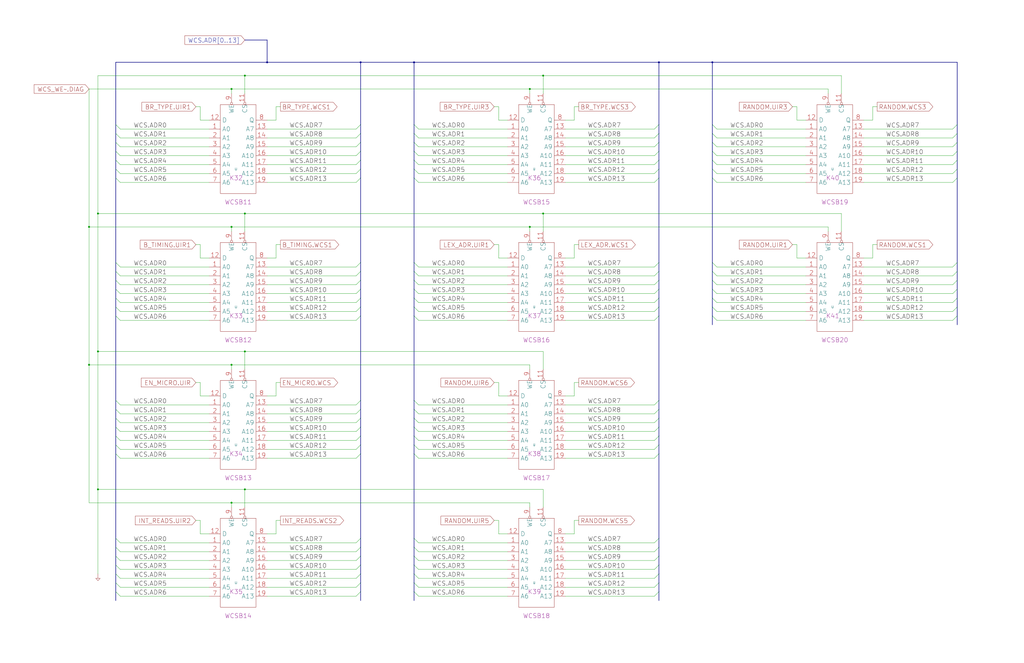
<source format=kicad_sch>
(kicad_sch (version 20220404) (generator eeschema)
  (paper "User" 584.2 378.46)
  (title_block (title "WRITABLE CONTROL STORE") (date "22-MAY-90") (rev "1.0") (comment 1 "SEQUENCER") (comment 2 "232-003064") (comment 3 "S400") (comment 4 "RELEASED"))
  (lib_symbols
    (symbol "r1000:2167" (pin_names (offset 1.016))
      (property "Reference" "U" (at 2.54 5.08 0))
      (property "Value" "2167" (at -1.27 -7.62 0))
      (property "Location" "___" (at -1.27 0 0))
      (property "Name" "______" (at 3.81 -15.24 0))
      (symbol "2167_1_1"
        (rectangle (start -6.35 41.91) (end 13.97 -8.89))
        (circle (center 0 42.545) (radius 0.635))
        (circle (center 7.62 42.545) (radius 0.635))
        (pin input line (at -12.7 27.94 0) (length 6.35) (name "A0") (number "1"))
        (pin input line (at 7.62 48.26 270) (length 5.08) (name "CS") (number "11"))
        (pin input line (at -12.7 33.02 0) (length 6.35) (name "D") (number "12"))
        (pin input line (at 20.32 27.94 180) (length 6.35) (name "A7") (number "13"))
        (pin input line (at 20.32 22.86 180) (length 6.35) (name "A8") (number "14"))
        (pin input line (at 20.32 17.78 180) (length 6.35) (name "A9") (number "15"))
        (pin input line (at 20.32 12.7 180) (length 6.35) (name "A10") (number "16"))
        (pin input line (at 20.32 7.62 180) (length 6.35) (name "A11") (number "17"))
        (pin input line (at 20.32 2.54 180) (length 6.35) (name "A12") (number "18"))
        (pin input line (at 20.32 -2.54 180) (length 6.35) (name "A13") (number "19"))
        (pin input line (at -12.7 22.86 0) (length 6.35) (name "A1") (number "2"))
        (pin input line (at -12.7 17.78 0) (length 6.35) (name "A2") (number "3"))
        (pin input line (at -12.7 12.7 0) (length 6.35) (name "A3") (number "4"))
        (pin input line (at -12.7 7.62 0) (length 6.35) (name "A4") (number "5"))
        (pin input line (at -12.7 2.54 0) (length 6.35) (name "A5") (number "6"))
        (pin input line (at -12.7 -2.54 0) (length 6.35) (name "A6") (number "7"))
        (pin tri_state line (at 20.32 33.02 180) (length 6.35) (name "Q") (number "8"))
        (pin input line (at 0 48.26 270) (length 5.08) (name "WE") (number "9"))
      )
    )
    (symbol "r1000:PD" (power) (pin_numbers hide) (pin_names hide) (in_bom no)
      (symbol "PD_0_1"
        (polyline (pts (xy 0 -2.54) (xy 1.27 -2.54) (xy 0 -3.81) (xy -1.27 -2.54) (xy 0 -2.54)) (stroke (width 0.1524)))
      )
      (symbol "PD_1_1"
        (pin power_in line (at 0 0 270) (length 2.54) (name "PD") (number "1"))
      )
    )
  )
  (junction (at 132.08 129.54))
  (junction (at 55.88 121.92))
  (junction (at 406.4 35.56))
  (junction (at 205.74 35.56))
  (junction (at 55.88 279.4))
  (junction (at 50.8 208.28))
  (junction (at 236.22 35.56))
  (junction (at 309.88 121.92))
  (junction (at 375.92 35.56))
  (junction (at 139.7 279.4))
  (junction (at 132.08 208.28))
  (junction (at 302.26 50.8))
  (junction (at 132.08 50.8))
  (junction (at 132.08 287.02))
  (junction (at 139.7 200.66))
  (junction (at 50.8 129.54))
  (junction (at 55.88 200.66))
  (junction (at 302.26 129.54))
  (junction (at 309.88 43.18))
  (junction (at 139.7 43.18))
  (junction (at 152.4 35.56))
  (junction (at 139.7 121.92))
  (bus_entry (at 375.92 71.12) (size -2.54 2.54))
  (bus_entry (at 236.22 337.82) (size 2.54 2.54))
  (bus_entry (at 406.4 71.12) (size 2.54 2.54))
  (bus_entry (at 236.22 259.08) (size 2.54 2.54))
  (bus_entry (at 546.1 180.34) (size -2.54 2.54))
  (bus_entry (at 236.22 243.84) (size 2.54 2.54))
  (bus_entry (at 236.22 154.94) (size 2.54 2.54))
  (bus_entry (at 236.22 307.34) (size 2.54 2.54))
  (bus_entry (at 66.04 332.74) (size 2.54 2.54))
  (bus_entry (at 406.4 180.34) (size 2.54 2.54))
  (bus_entry (at 66.04 91.44) (size 2.54 2.54))
  (bus_entry (at 205.74 91.44) (size -2.54 2.54))
  (bus_entry (at 66.04 254) (size 2.54 2.54))
  (bus_entry (at 236.22 170.18) (size 2.54 2.54))
  (bus_entry (at 546.1 71.12) (size -2.54 2.54))
  (bus_entry (at 375.92 248.92) (size -2.54 2.54))
  (bus_entry (at 546.1 81.28) (size -2.54 2.54))
  (bus_entry (at 406.4 91.44) (size 2.54 2.54))
  (bus_entry (at 546.1 91.44) (size -2.54 2.54))
  (bus_entry (at 406.4 86.36) (size 2.54 2.54))
  (bus_entry (at 375.92 307.34) (size -2.54 2.54))
  (bus_entry (at 205.74 238.76) (size -2.54 2.54))
  (bus_entry (at 205.74 337.82) (size -2.54 2.54))
  (bus_entry (at 66.04 259.08) (size 2.54 2.54))
  (bus_entry (at 236.22 238.76) (size 2.54 2.54))
  (bus_entry (at 236.22 332.74) (size 2.54 2.54))
  (bus_entry (at 205.74 149.86) (size -2.54 2.54))
  (bus_entry (at 236.22 312.42) (size 2.54 2.54))
  (bus_entry (at 205.74 312.42) (size -2.54 2.54))
  (bus_entry (at 546.1 170.18) (size -2.54 2.54))
  (bus_entry (at 375.92 243.84) (size -2.54 2.54))
  (bus_entry (at 546.1 96.52) (size -2.54 2.54))
  (bus_entry (at 205.74 332.74) (size -2.54 2.54))
  (bus_entry (at 205.74 327.66) (size -2.54 2.54))
  (bus_entry (at 375.92 317.5) (size -2.54 2.54))
  (bus_entry (at 205.74 165.1) (size -2.54 2.54))
  (bus_entry (at 66.04 160.02) (size 2.54 2.54))
  (bus_entry (at 236.22 101.6) (size 2.54 2.54))
  (bus_entry (at 66.04 170.18) (size 2.54 2.54))
  (bus_entry (at 205.74 81.28) (size -2.54 2.54))
  (bus_entry (at 66.04 101.6) (size 2.54 2.54))
  (bus_entry (at 205.74 243.84) (size -2.54 2.54))
  (bus_entry (at 205.74 96.52) (size -2.54 2.54))
  (bus_entry (at 205.74 322.58) (size -2.54 2.54))
  (bus_entry (at 66.04 248.92) (size 2.54 2.54))
  (bus_entry (at 66.04 327.66) (size 2.54 2.54))
  (bus_entry (at 546.1 154.94) (size -2.54 2.54))
  (bus_entry (at 375.92 170.18) (size -2.54 2.54))
  (bus_entry (at 236.22 322.58) (size 2.54 2.54))
  (bus_entry (at 66.04 307.34) (size 2.54 2.54))
  (bus_entry (at 205.74 228.6) (size -2.54 2.54))
  (bus_entry (at 66.04 154.94) (size 2.54 2.54))
  (bus_entry (at 66.04 76.2) (size 2.54 2.54))
  (bus_entry (at 375.92 101.6) (size -2.54 2.54))
  (bus_entry (at 236.22 175.26) (size 2.54 2.54))
  (bus_entry (at 375.92 322.58) (size -2.54 2.54))
  (bus_entry (at 66.04 228.6) (size 2.54 2.54))
  (bus_entry (at 66.04 312.42) (size 2.54 2.54))
  (bus_entry (at 236.22 317.5) (size 2.54 2.54))
  (bus_entry (at 375.92 254) (size -2.54 2.54))
  (bus_entry (at 66.04 337.82) (size 2.54 2.54))
  (bus_entry (at 406.4 154.94) (size 2.54 2.54))
  (bus_entry (at 406.4 149.86) (size 2.54 2.54))
  (bus_entry (at 375.92 91.44) (size -2.54 2.54))
  (bus_entry (at 236.22 254) (size 2.54 2.54))
  (bus_entry (at 375.92 154.94) (size -2.54 2.54))
  (bus_entry (at 406.4 165.1) (size 2.54 2.54))
  (bus_entry (at 375.92 96.52) (size -2.54 2.54))
  (bus_entry (at 236.22 180.34) (size 2.54 2.54))
  (bus_entry (at 546.1 175.26) (size -2.54 2.54))
  (bus_entry (at 375.92 228.6) (size -2.54 2.54))
  (bus_entry (at 406.4 76.2) (size 2.54 2.54))
  (bus_entry (at 66.04 233.68) (size 2.54 2.54))
  (bus_entry (at 66.04 243.84) (size 2.54 2.54))
  (bus_entry (at 546.1 101.6) (size -2.54 2.54))
  (bus_entry (at 66.04 322.58) (size 2.54 2.54))
  (bus_entry (at 406.4 81.28) (size 2.54 2.54))
  (bus_entry (at 236.22 160.02) (size 2.54 2.54))
  (bus_entry (at 406.4 96.52) (size 2.54 2.54))
  (bus_entry (at 236.22 165.1) (size 2.54 2.54))
  (bus_entry (at 66.04 175.26) (size 2.54 2.54))
  (bus_entry (at 236.22 327.66) (size 2.54 2.54))
  (bus_entry (at 205.74 160.02) (size -2.54 2.54))
  (bus_entry (at 375.92 259.08) (size -2.54 2.54))
  (bus_entry (at 546.1 165.1) (size -2.54 2.54))
  (bus_entry (at 66.04 149.86) (size 2.54 2.54))
  (bus_entry (at 66.04 86.36) (size 2.54 2.54))
  (bus_entry (at 236.22 233.68) (size 2.54 2.54))
  (bus_entry (at 236.22 248.92) (size 2.54 2.54))
  (bus_entry (at 375.92 165.1) (size -2.54 2.54))
  (bus_entry (at 205.74 317.5) (size -2.54 2.54))
  (bus_entry (at 236.22 86.36) (size 2.54 2.54))
  (bus_entry (at 375.92 233.68) (size -2.54 2.54))
  (bus_entry (at 205.74 71.12) (size -2.54 2.54))
  (bus_entry (at 546.1 86.36) (size -2.54 2.54))
  (bus_entry (at 205.74 154.94) (size -2.54 2.54))
  (bus_entry (at 375.92 238.76) (size -2.54 2.54))
  (bus_entry (at 205.74 101.6) (size -2.54 2.54))
  (bus_entry (at 375.92 180.34) (size -2.54 2.54))
  (bus_entry (at 66.04 96.52) (size 2.54 2.54))
  (bus_entry (at 236.22 76.2) (size 2.54 2.54))
  (bus_entry (at 375.92 332.74) (size -2.54 2.54))
  (bus_entry (at 546.1 160.02) (size -2.54 2.54))
  (bus_entry (at 375.92 76.2) (size -2.54 2.54))
  (bus_entry (at 406.4 160.02) (size 2.54 2.54))
  (bus_entry (at 406.4 175.26) (size 2.54 2.54))
  (bus_entry (at 205.74 254) (size -2.54 2.54))
  (bus_entry (at 236.22 71.12) (size 2.54 2.54))
  (bus_entry (at 375.92 149.86) (size -2.54 2.54))
  (bus_entry (at 375.92 337.82) (size -2.54 2.54))
  (bus_entry (at 375.92 175.26) (size -2.54 2.54))
  (bus_entry (at 205.74 233.68) (size -2.54 2.54))
  (bus_entry (at 205.74 248.92) (size -2.54 2.54))
  (bus_entry (at 406.4 170.18) (size 2.54 2.54))
  (bus_entry (at 66.04 317.5) (size 2.54 2.54))
  (bus_entry (at 236.22 149.86) (size 2.54 2.54))
  (bus_entry (at 66.04 81.28) (size 2.54 2.54))
  (bus_entry (at 205.74 180.34) (size -2.54 2.54))
  (bus_entry (at 66.04 165.1) (size 2.54 2.54))
  (bus_entry (at 205.74 259.08) (size -2.54 2.54))
  (bus_entry (at 236.22 91.44) (size 2.54 2.54))
  (bus_entry (at 205.74 170.18) (size -2.54 2.54))
  (bus_entry (at 375.92 312.42) (size -2.54 2.54))
  (bus_entry (at 205.74 175.26) (size -2.54 2.54))
  (bus_entry (at 236.22 96.52) (size 2.54 2.54))
  (bus_entry (at 406.4 101.6) (size 2.54 2.54))
  (bus_entry (at 375.92 160.02) (size -2.54 2.54))
  (bus_entry (at 205.74 86.36) (size -2.54 2.54))
  (bus_entry (at 236.22 81.28) (size 2.54 2.54))
  (bus_entry (at 375.92 327.66) (size -2.54 2.54))
  (bus_entry (at 375.92 86.36) (size -2.54 2.54))
  (bus_entry (at 66.04 238.76) (size 2.54 2.54))
  (bus_entry (at 546.1 149.86) (size -2.54 2.54))
  (bus_entry (at 546.1 76.2) (size -2.54 2.54))
  (bus_entry (at 66.04 180.34) (size 2.54 2.54))
  (bus_entry (at 375.92 81.28) (size -2.54 2.54))
  (bus_entry (at 205.74 307.34) (size -2.54 2.54))
  (bus_entry (at 205.74 76.2) (size -2.54 2.54))
  (bus_entry (at 236.22 228.6) (size 2.54 2.54))
  (bus_entry (at 66.04 71.12) (size 2.54 2.54))
  (bus (pts (xy 375.92 170.18) (xy 375.92 175.26)))
  (wire (pts (xy 322.58 104.14) (xy 373.38 104.14)))
  (bus (pts (xy 205.74 317.5) (xy 205.74 322.58)))
  (bus (pts (xy 375.92 317.5) (xy 375.92 322.58)))
  (wire (pts (xy 322.58 152.4) (xy 373.38 152.4)))
  (wire (pts (xy 152.4 157.48) (xy 203.2 157.48)))
  (bus (pts (xy 236.22 160.02) (xy 236.22 165.1)))
  (bus (pts (xy 375.92 175.26) (xy 375.92 180.34)))
  (wire (pts (xy 281.94 218.44) (xy 284.48 218.44)))
  (wire (pts (xy 322.58 325.12) (xy 373.38 325.12)))
  (wire (pts (xy 157.48 139.7) (xy 157.48 147.32)))
  (wire (pts (xy 492.76 157.48) (xy 543.56 157.48)))
  (wire (pts (xy 139.7 200.66) (xy 139.7 210.82)))
  (wire (pts (xy 152.4 256.54) (xy 203.2 256.54)))
  (bus (pts (xy 66.04 96.52) (xy 66.04 101.6)))
  (wire (pts (xy 309.88 43.18) (xy 480.06 43.18)))
  (bus (pts (xy 236.22 91.44) (xy 236.22 96.52)))
  (bus (pts (xy 66.04 180.34) (xy 66.04 228.6)))
  (wire (pts (xy 68.58 78.74) (xy 119.38 78.74)))
  (wire (pts (xy 322.58 83.82) (xy 373.38 83.82)))
  (wire (pts (xy 50.8 50.8) (xy 132.08 50.8)))
  (wire (pts (xy 472.44 129.54) (xy 472.44 132.08)))
  (wire (pts (xy 68.58 320.04) (xy 119.38 320.04)))
  (wire (pts (xy 238.76 320.04) (xy 289.56 320.04)))
  (wire (pts (xy 322.58 241.3) (xy 373.38 241.3)))
  (wire (pts (xy 238.76 241.3) (xy 289.56 241.3)))
  (wire (pts (xy 322.58 246.38) (xy 373.38 246.38)))
  (wire (pts (xy 238.76 93.98) (xy 289.56 93.98)))
  (wire (pts (xy 68.58 104.14) (xy 119.38 104.14)))
  (wire (pts (xy 492.76 152.4) (xy 543.56 152.4)))
  (bus (pts (xy 66.04 307.34) (xy 66.04 312.42)))
  (wire (pts (xy 408.94 88.9) (xy 459.74 88.9)))
  (wire (pts (xy 152.4 261.62) (xy 203.2 261.62)))
  (bus (pts (xy 66.04 312.42) (xy 66.04 317.5)))
  (wire (pts (xy 322.58 320.04) (xy 373.38 320.04)))
  (bus (pts (xy 205.74 160.02) (xy 205.74 165.1)))
  (bus (pts (xy 406.4 175.26) (xy 406.4 180.34)))
  (wire (pts (xy 157.48 60.96) (xy 157.48 68.58)))
  (wire (pts (xy 238.76 167.64) (xy 289.56 167.64)))
  (wire (pts (xy 152.4 78.74) (xy 203.2 78.74)))
  (wire (pts (xy 132.08 50.8) (xy 132.08 53.34)))
  (bus (pts (xy 205.74 96.52) (xy 205.74 101.6)))
  (wire (pts (xy 68.58 246.38) (xy 119.38 246.38)))
  (bus (pts (xy 66.04 327.66) (xy 66.04 332.74)))
  (bus (pts (xy 375.92 160.02) (xy 375.92 165.1)))
  (bus (pts (xy 236.22 317.5) (xy 236.22 322.58)))
  (wire (pts (xy 68.58 93.98) (xy 119.38 93.98)))
  (wire (pts (xy 68.58 172.72) (xy 119.38 172.72)))
  (bus (pts (xy 236.22 322.58) (xy 236.22 327.66)))
  (bus (pts (xy 546.1 160.02) (xy 546.1 165.1)))
  (wire (pts (xy 68.58 99.06) (xy 119.38 99.06)))
  (wire (pts (xy 160.02 218.44) (xy 157.48 218.44)))
  (bus (pts (xy 375.92 149.86) (xy 375.92 154.94)))
  (wire (pts (xy 454.66 68.58) (xy 459.74 68.58)))
  (wire (pts (xy 238.76 335.28) (xy 289.56 335.28)))
  (wire (pts (xy 139.7 279.4) (xy 139.7 289.56)))
  (wire (pts (xy 492.76 93.98) (xy 543.56 93.98)))
  (wire (pts (xy 284.48 226.06) (xy 289.56 226.06)))
  (bus (pts (xy 375.92 165.1) (xy 375.92 170.18)))
  (wire (pts (xy 152.4 172.72) (xy 203.2 172.72)))
  (bus (pts (xy 236.22 35.56) (xy 205.74 35.56)))
  (bus (pts (xy 236.22 101.6) (xy 236.22 149.86)))
  (bus (pts (xy 546.1 101.6) (xy 546.1 149.86)))
  (wire (pts (xy 322.58 251.46) (xy 373.38 251.46)))
  (bus (pts (xy 375.92 91.44) (xy 375.92 96.52)))
  (bus (pts (xy 375.92 154.94) (xy 375.92 160.02)))
  (wire (pts (xy 330.2 139.7) (xy 327.66 139.7)))
  (wire (pts (xy 492.76 167.64) (xy 543.56 167.64)))
  (wire (pts (xy 238.76 99.06) (xy 289.56 99.06)))
  (wire (pts (xy 139.7 43.18) (xy 309.88 43.18)))
  (bus (pts (xy 66.04 233.68) (xy 66.04 238.76)))
  (bus (pts (xy 205.74 101.6) (xy 205.74 149.86)))
  (bus (pts (xy 205.74 322.58) (xy 205.74 327.66)))
  (wire (pts (xy 139.7 43.18) (xy 55.88 43.18)))
  (wire (pts (xy 160.02 60.96) (xy 157.48 60.96)))
  (bus (pts (xy 546.1 71.12) (xy 546.1 76.2)))
  (bus (pts (xy 236.22 238.76) (xy 236.22 243.84)))
  (wire (pts (xy 50.8 129.54) (xy 132.08 129.54)))
  (bus (pts (xy 205.74 91.44) (xy 205.74 96.52)))
  (wire (pts (xy 408.94 167.64) (xy 459.74 167.64)))
  (bus (pts (xy 205.74 149.86) (xy 205.74 154.94)))
  (wire (pts (xy 309.88 279.4) (xy 309.88 289.56)))
  (wire (pts (xy 238.76 73.66) (xy 289.56 73.66)))
  (wire (pts (xy 68.58 340.36) (xy 119.38 340.36)))
  (bus (pts (xy 66.04 243.84) (xy 66.04 248.92)))
  (bus (pts (xy 152.4 35.56) (xy 66.04 35.56)))
  (bus (pts (xy 205.74 327.66) (xy 205.74 332.74)))
  (wire (pts (xy 284.48 68.58) (xy 289.56 68.58)))
  (wire (pts (xy 68.58 167.64) (xy 119.38 167.64)))
  (bus (pts (xy 375.92 101.6) (xy 375.92 149.86)))
  (wire (pts (xy 55.88 279.4) (xy 139.7 279.4)))
  (bus (pts (xy 546.1 149.86) (xy 546.1 154.94)))
  (wire (pts (xy 284.48 139.7) (xy 284.48 147.32)))
  (wire (pts (xy 322.58 335.28) (xy 373.38 335.28)))
  (wire (pts (xy 55.88 200.66) (xy 55.88 279.4)))
  (wire (pts (xy 238.76 325.12) (xy 289.56 325.12)))
  (bus (pts (xy 66.04 317.5) (xy 66.04 322.58)))
  (wire (pts (xy 492.76 73.66) (xy 543.56 73.66)))
  (wire (pts (xy 238.76 177.8) (xy 289.56 177.8)))
  (bus (pts (xy 66.04 259.08) (xy 66.04 307.34)))
  (wire (pts (xy 132.08 129.54) (xy 302.26 129.54)))
  (wire (pts (xy 281.94 139.7) (xy 284.48 139.7)))
  (wire (pts (xy 322.58 99.06) (xy 373.38 99.06)))
  (wire (pts (xy 157.48 147.32) (xy 152.4 147.32)))
  (bus (pts (xy 236.22 71.12) (xy 236.22 76.2)))
  (wire (pts (xy 152.4 246.38) (xy 203.2 246.38)))
  (wire (pts (xy 157.48 68.58) (xy 152.4 68.58)))
  (bus (pts (xy 375.92 238.76) (xy 375.92 243.84)))
  (wire (pts (xy 152.4 320.04) (xy 203.2 320.04)))
  (wire (pts (xy 497.84 147.32) (xy 492.76 147.32)))
  (wire (pts (xy 284.48 218.44) (xy 284.48 226.06)))
  (bus (pts (xy 66.04 165.1) (xy 66.04 170.18)))
  (bus (pts (xy 406.4 35.56) (xy 375.92 35.56)))
  (bus (pts (xy 546.1 81.28) (xy 546.1 86.36)))
  (wire (pts (xy 302.26 50.8) (xy 302.26 53.34)))
  (wire (pts (xy 408.94 104.14) (xy 459.74 104.14)))
  (wire (pts (xy 68.58 157.48) (xy 119.38 157.48)))
  (wire (pts (xy 238.76 256.54) (xy 289.56 256.54)))
  (bus (pts (xy 546.1 170.18) (xy 546.1 175.26)))
  (wire (pts (xy 152.4 167.64) (xy 203.2 167.64)))
  (wire (pts (xy 408.94 152.4) (xy 459.74 152.4)))
  (wire (pts (xy 68.58 73.66) (xy 119.38 73.66)))
  (wire (pts (xy 55.88 121.92) (xy 139.7 121.92)))
  (wire (pts (xy 68.58 88.9) (xy 119.38 88.9)))
  (wire (pts (xy 114.3 297.18) (xy 114.3 304.8)))
  (bus (pts (xy 66.04 332.74) (xy 66.04 337.82)))
  (wire (pts (xy 68.58 261.62) (xy 119.38 261.62)))
  (wire (pts (xy 68.58 256.54) (xy 119.38 256.54)))
  (bus (pts (xy 236.22 86.36) (xy 236.22 91.44)))
  (wire (pts (xy 68.58 309.88) (xy 119.38 309.88)))
  (wire (pts (xy 322.58 231.14) (xy 373.38 231.14)))
  (wire (pts (xy 238.76 340.36) (xy 289.56 340.36)))
  (bus (pts (xy 236.22 259.08) (xy 236.22 307.34)))
  (wire (pts (xy 152.4 325.12) (xy 203.2 325.12)))
  (bus (pts (xy 205.74 170.18) (xy 205.74 175.26)))
  (wire (pts (xy 492.76 162.56) (xy 543.56 162.56)))
  (wire (pts (xy 157.48 304.8) (xy 152.4 304.8)))
  (bus (pts (xy 375.92 35.56) (xy 236.22 35.56)))
  (bus (pts (xy 236.22 165.1) (xy 236.22 170.18)))
  (bus (pts (xy 406.4 71.12) (xy 406.4 76.2)))
  (bus (pts (xy 406.4 170.18) (xy 406.4 175.26)))
  (wire (pts (xy 408.94 172.72) (xy 459.74 172.72)))
  (wire (pts (xy 111.76 297.18) (xy 114.3 297.18)))
  (bus (pts (xy 546.1 91.44) (xy 546.1 96.52)))
  (bus (pts (xy 375.92 35.56) (xy 375.92 71.12)))
  (wire (pts (xy 322.58 167.64) (xy 373.38 167.64)))
  (bus (pts (xy 406.4 180.34) (xy 406.4 185.42)))
  (wire (pts (xy 68.58 152.4) (xy 119.38 152.4)))
  (wire (pts (xy 322.58 261.62) (xy 373.38 261.62)))
  (bus (pts (xy 375.92 254) (xy 375.92 259.08)))
  (wire (pts (xy 152.4 241.3) (xy 203.2 241.3)))
  (wire (pts (xy 152.4 152.4) (xy 203.2 152.4)))
  (wire (pts (xy 152.4 330.2) (xy 203.2 330.2)))
  (wire (pts (xy 497.84 68.58) (xy 492.76 68.58)))
  (wire (pts (xy 139.7 200.66) (xy 309.88 200.66)))
  (wire (pts (xy 111.76 60.96) (xy 114.3 60.96)))
  (bus (pts (xy 66.04 175.26) (xy 66.04 180.34)))
  (bus (pts (xy 546.1 35.56) (xy 546.1 71.12)))
  (bus (pts (xy 205.74 180.34) (xy 205.74 228.6)))
  (wire (pts (xy 68.58 231.14) (xy 119.38 231.14)))
  (wire (pts (xy 408.94 99.06) (xy 459.74 99.06)))
  (wire (pts (xy 111.76 218.44) (xy 114.3 218.44)))
  (bus (pts (xy 66.04 337.82) (xy 66.04 342.9)))
  (bus (pts (xy 205.74 165.1) (xy 205.74 170.18)))
  (wire (pts (xy 152.4 182.88) (xy 203.2 182.88)))
  (wire (pts (xy 322.58 177.8) (xy 373.38 177.8)))
  (wire (pts (xy 132.08 287.02) (xy 50.8 287.02)))
  (bus (pts (xy 406.4 86.36) (xy 406.4 91.44)))
  (wire (pts (xy 302.26 129.54) (xy 302.26 132.08)))
  (bus (pts (xy 406.4 35.56) (xy 406.4 71.12)))
  (wire (pts (xy 322.58 93.98) (xy 373.38 93.98)))
  (wire (pts (xy 452.12 139.7) (xy 454.66 139.7)))
  (wire (pts (xy 160.02 139.7) (xy 157.48 139.7)))
  (wire (pts (xy 302.26 208.28) (xy 302.26 210.82)))
  (wire (pts (xy 55.88 279.4) (xy 55.88 327.66)))
  (wire (pts (xy 238.76 246.38) (xy 289.56 246.38)))
  (bus (pts (xy 236.22 332.74) (xy 236.22 337.82)))
  (wire (pts (xy 139.7 121.92) (xy 139.7 132.08)))
  (bus (pts (xy 375.92 76.2) (xy 375.92 81.28)))
  (wire (pts (xy 322.58 88.9) (xy 373.38 88.9)))
  (wire (pts (xy 152.4 231.14) (xy 203.2 231.14)))
  (wire (pts (xy 322.58 314.96) (xy 373.38 314.96)))
  (wire (pts (xy 497.84 60.96) (xy 497.84 68.58)))
  (bus (pts (xy 66.04 86.36) (xy 66.04 91.44)))
  (wire (pts (xy 238.76 152.4) (xy 289.56 152.4)))
  (wire (pts (xy 238.76 330.2) (xy 289.56 330.2)))
  (wire (pts (xy 408.94 93.98) (xy 459.74 93.98)))
  (bus (pts (xy 375.92 81.28) (xy 375.92 86.36)))
  (bus (pts (xy 66.04 248.92) (xy 66.04 254)))
  (wire (pts (xy 480.06 43.18) (xy 480.06 53.34)))
  (wire (pts (xy 327.66 297.18) (xy 327.66 304.8)))
  (bus (pts (xy 205.74 228.6) (xy 205.74 233.68)))
  (wire (pts (xy 492.76 99.06) (xy 543.56 99.06)))
  (wire (pts (xy 50.8 287.02) (xy 50.8 208.28)))
  (wire (pts (xy 114.3 226.06) (xy 119.38 226.06)))
  (bus (pts (xy 66.04 35.56) (xy 66.04 71.12)))
  (bus (pts (xy 205.74 312.42) (xy 205.74 317.5)))
  (wire (pts (xy 454.66 60.96) (xy 454.66 68.58)))
  (wire (pts (xy 454.66 139.7) (xy 454.66 147.32)))
  (bus (pts (xy 546.1 154.94) (xy 546.1 160.02)))
  (wire (pts (xy 330.2 60.96) (xy 327.66 60.96)))
  (wire (pts (xy 68.58 330.2) (xy 119.38 330.2)))
  (bus (pts (xy 205.74 76.2) (xy 205.74 81.28)))
  (wire (pts (xy 309.88 121.92) (xy 480.06 121.92)))
  (wire (pts (xy 492.76 104.14) (xy 543.56 104.14)))
  (bus (pts (xy 375.92 180.34) (xy 375.92 228.6)))
  (wire (pts (xy 309.88 43.18) (xy 309.88 53.34)))
  (wire (pts (xy 284.48 297.18) (xy 284.48 304.8)))
  (bus (pts (xy 205.74 307.34) (xy 205.74 312.42)))
  (bus (pts (xy 205.74 243.84) (xy 205.74 248.92)))
  (wire (pts (xy 152.4 88.9) (xy 203.2 88.9)))
  (wire (pts (xy 238.76 157.48) (xy 289.56 157.48)))
  (wire (pts (xy 50.8 129.54) (xy 50.8 50.8)))
  (bus (pts (xy 205.74 337.82) (xy 205.74 342.9)))
  (bus (pts (xy 375.92 86.36) (xy 375.92 91.44)))
  (bus (pts (xy 375.92 259.08) (xy 375.92 307.34)))
  (wire (pts (xy 139.7 121.92) (xy 309.88 121.92)))
  (wire (pts (xy 152.4 177.8) (xy 203.2 177.8)))
  (wire (pts (xy 152.4 104.14) (xy 203.2 104.14)))
  (bus (pts (xy 236.22 312.42) (xy 236.22 317.5)))
  (bus (pts (xy 236.22 154.94) (xy 236.22 160.02)))
  (wire (pts (xy 330.2 297.18) (xy 327.66 297.18)))
  (wire (pts (xy 281.94 297.18) (xy 284.48 297.18)))
  (bus (pts (xy 236.22 327.66) (xy 236.22 332.74)))
  (bus (pts (xy 406.4 160.02) (xy 406.4 165.1)))
  (wire (pts (xy 238.76 251.46) (xy 289.56 251.46)))
  (wire (pts (xy 238.76 261.62) (xy 289.56 261.62)))
  (wire (pts (xy 327.66 218.44) (xy 327.66 226.06)))
  (bus (pts (xy 236.22 149.86) (xy 236.22 154.94)))
  (bus (pts (xy 546.1 165.1) (xy 546.1 170.18)))
  (wire (pts (xy 152.4 251.46) (xy 203.2 251.46)))
  (wire (pts (xy 322.58 330.2) (xy 373.38 330.2)))
  (bus (pts (xy 375.92 327.66) (xy 375.92 332.74)))
  (bus (pts (xy 236.22 307.34) (xy 236.22 312.42)))
  (wire (pts (xy 68.58 241.3) (xy 119.38 241.3)))
  (bus (pts (xy 375.92 233.68) (xy 375.92 238.76)))
  (wire (pts (xy 480.06 121.92) (xy 480.06 132.08)))
  (bus (pts (xy 375.92 337.82) (xy 375.92 342.9)))
  (bus (pts (xy 375.92 248.92) (xy 375.92 254)))
  (wire (pts (xy 284.48 304.8) (xy 289.56 304.8)))
  (wire (pts (xy 152.4 340.36) (xy 203.2 340.36)))
  (wire (pts (xy 452.12 60.96) (xy 454.66 60.96)))
  (bus (pts (xy 406.4 149.86) (xy 406.4 154.94)))
  (wire (pts (xy 114.3 139.7) (xy 114.3 147.32)))
  (wire (pts (xy 322.58 78.74) (xy 373.38 78.74)))
  (wire (pts (xy 492.76 88.9) (xy 543.56 88.9)))
  (bus (pts (xy 406.4 165.1) (xy 406.4 170.18)))
  (wire (pts (xy 114.3 68.58) (xy 119.38 68.58)))
  (wire (pts (xy 322.58 172.72) (xy 373.38 172.72)))
  (bus (pts (xy 236.22 254) (xy 236.22 259.08)))
  (wire (pts (xy 157.48 226.06) (xy 152.4 226.06)))
  (bus (pts (xy 546.1 86.36) (xy 546.1 91.44)))
  (wire (pts (xy 50.8 208.28) (xy 132.08 208.28)))
  (wire (pts (xy 408.94 182.88) (xy 459.74 182.88)))
  (bus (pts (xy 375.92 312.42) (xy 375.92 317.5)))
  (wire (pts (xy 132.08 287.02) (xy 132.08 289.56)))
  (bus (pts (xy 66.04 76.2) (xy 66.04 81.28)))
  (wire (pts (xy 132.08 50.8) (xy 302.26 50.8)))
  (bus (pts (xy 205.74 248.92) (xy 205.74 254)))
  (bus (pts (xy 236.22 248.92) (xy 236.22 254)))
  (bus (pts (xy 236.22 180.34) (xy 236.22 228.6)))
  (bus (pts (xy 406.4 81.28) (xy 406.4 86.36)))
  (wire (pts (xy 114.3 304.8) (xy 119.38 304.8)))
  (wire (pts (xy 309.88 121.92) (xy 309.88 132.08)))
  (wire (pts (xy 322.58 182.88) (xy 373.38 182.88)))
  (wire (pts (xy 492.76 172.72) (xy 543.56 172.72)))
  (wire (pts (xy 50.8 208.28) (xy 50.8 129.54)))
  (wire (pts (xy 55.88 121.92) (xy 55.88 200.66)))
  (wire (pts (xy 152.4 309.88) (xy 203.2 309.88)))
  (bus (pts (xy 406.4 91.44) (xy 406.4 96.52)))
  (bus (pts (xy 139.7 22.86) (xy 152.4 22.86)))
  (wire (pts (xy 68.58 83.82) (xy 119.38 83.82)))
  (wire (pts (xy 454.66 147.32) (xy 459.74 147.32)))
  (wire (pts (xy 238.76 182.88) (xy 289.56 182.88)))
  (wire (pts (xy 408.94 83.82) (xy 459.74 83.82)))
  (bus (pts (xy 66.04 254) (xy 66.04 259.08)))
  (bus (pts (xy 66.04 71.12) (xy 66.04 76.2)))
  (wire (pts (xy 238.76 78.74) (xy 289.56 78.74)))
  (wire (pts (xy 157.48 297.18) (xy 157.48 304.8)))
  (wire (pts (xy 322.58 236.22) (xy 373.38 236.22)))
  (wire (pts (xy 238.76 162.56) (xy 289.56 162.56)))
  (wire (pts (xy 68.58 314.96) (xy 119.38 314.96)))
  (bus (pts (xy 236.22 35.56) (xy 236.22 71.12)))
  (wire (pts (xy 132.08 129.54) (xy 132.08 132.08)))
  (bus (pts (xy 66.04 81.28) (xy 66.04 86.36)))
  (bus (pts (xy 66.04 154.94) (xy 66.04 160.02)))
  (bus (pts (xy 236.22 96.52) (xy 236.22 101.6)))
  (wire (pts (xy 322.58 256.54) (xy 373.38 256.54)))
  (bus (pts (xy 205.74 35.56) (xy 205.74 71.12)))
  (bus (pts (xy 406.4 96.52) (xy 406.4 101.6)))
  (wire (pts (xy 152.4 73.66) (xy 203.2 73.66)))
  (wire (pts (xy 68.58 177.8) (xy 119.38 177.8)))
  (wire (pts (xy 322.58 340.36) (xy 373.38 340.36)))
  (wire (pts (xy 238.76 314.96) (xy 289.56 314.96)))
  (wire (pts (xy 132.08 287.02) (xy 302.26 287.02)))
  (bus (pts (xy 205.74 86.36) (xy 205.74 91.44)))
  (wire (pts (xy 238.76 88.9) (xy 289.56 88.9)))
  (wire (pts (xy 497.84 139.7) (xy 497.84 147.32)))
  (wire (pts (xy 322.58 309.88) (xy 373.38 309.88)))
  (wire (pts (xy 408.94 177.8) (xy 459.74 177.8)))
  (bus (pts (xy 546.1 76.2) (xy 546.1 81.28)))
  (bus (pts (xy 375.92 228.6) (xy 375.92 233.68)))
  (bus (pts (xy 205.74 175.26) (xy 205.74 180.34)))
  (wire (pts (xy 309.88 200.66) (xy 309.88 210.82)))
  (bus (pts (xy 205.74 154.94) (xy 205.74 160.02)))
  (bus (pts (xy 236.22 170.18) (xy 236.22 175.26)))
  (wire (pts (xy 139.7 43.18) (xy 139.7 53.34)))
  (wire (pts (xy 408.94 78.74) (xy 459.74 78.74)))
  (bus (pts (xy 406.4 101.6) (xy 406.4 149.86)))
  (wire (pts (xy 68.58 325.12) (xy 119.38 325.12)))
  (wire (pts (xy 114.3 218.44) (xy 114.3 226.06)))
  (bus (pts (xy 375.92 307.34) (xy 375.92 312.42)))
  (wire (pts (xy 322.58 157.48) (xy 373.38 157.48)))
  (wire (pts (xy 68.58 162.56) (xy 119.38 162.56)))
  (bus (pts (xy 406.4 76.2) (xy 406.4 81.28)))
  (bus (pts (xy 66.04 228.6) (xy 66.04 233.68)))
  (wire (pts (xy 472.44 50.8) (xy 472.44 53.34)))
  (wire (pts (xy 238.76 104.14) (xy 289.56 104.14)))
  (bus (pts (xy 236.22 337.82) (xy 236.22 342.9)))
  (wire (pts (xy 152.4 93.98) (xy 203.2 93.98)))
  (wire (pts (xy 160.02 297.18) (xy 157.48 297.18)))
  (bus (pts (xy 205.74 254) (xy 205.74 259.08)))
  (bus (pts (xy 66.04 170.18) (xy 66.04 175.26)))
  (wire (pts (xy 68.58 182.88) (xy 119.38 182.88)))
  (wire (pts (xy 114.3 147.32) (xy 119.38 147.32)))
  (bus (pts (xy 546.1 175.26) (xy 546.1 180.34)))
  (bus (pts (xy 375.92 243.84) (xy 375.92 248.92)))
  (wire (pts (xy 152.4 162.56) (xy 203.2 162.56)))
  (bus (pts (xy 236.22 76.2) (xy 236.22 81.28)))
  (wire (pts (xy 327.66 226.06) (xy 322.58 226.06)))
  (wire (pts (xy 55.88 43.18) (xy 55.88 121.92)))
  (bus (pts (xy 66.04 91.44) (xy 66.04 96.52)))
  (bus (pts (xy 205.74 332.74) (xy 205.74 337.82)))
  (wire (pts (xy 68.58 236.22) (xy 119.38 236.22)))
  (wire (pts (xy 238.76 231.14) (xy 289.56 231.14)))
  (bus (pts (xy 546.1 96.52) (xy 546.1 101.6)))
  (wire (pts (xy 152.4 335.28) (xy 203.2 335.28)))
  (wire (pts (xy 500.38 139.7) (xy 497.84 139.7)))
  (bus (pts (xy 152.4 22.86) (xy 152.4 35.56)))
  (bus (pts (xy 375.92 322.58) (xy 375.92 327.66)))
  (bus (pts (xy 205.74 71.12) (xy 205.74 76.2)))
  (wire (pts (xy 408.94 157.48) (xy 459.74 157.48)))
  (bus (pts (xy 236.22 81.28) (xy 236.22 86.36)))
  (wire (pts (xy 500.38 60.96) (xy 497.84 60.96)))
  (wire (pts (xy 330.2 218.44) (xy 327.66 218.44)))
  (wire (pts (xy 302.26 50.8) (xy 472.44 50.8)))
  (bus (pts (xy 205.74 35.56) (xy 152.4 35.56)))
  (wire (pts (xy 132.08 208.28) (xy 302.26 208.28)))
  (bus (pts (xy 205.74 259.08) (xy 205.74 307.34)))
  (wire (pts (xy 238.76 83.82) (xy 289.56 83.82)))
  (wire (pts (xy 111.76 139.7) (xy 114.3 139.7)))
  (wire (pts (xy 327.66 60.96) (xy 327.66 68.58)))
  (wire (pts (xy 157.48 218.44) (xy 157.48 226.06)))
  (wire (pts (xy 281.94 60.96) (xy 284.48 60.96)))
  (bus (pts (xy 205.74 238.76) (xy 205.74 243.84)))
  (bus (pts (xy 66.04 322.58) (xy 66.04 327.66)))
  (wire (pts (xy 238.76 172.72) (xy 289.56 172.72)))
  (wire (pts (xy 492.76 78.74) (xy 543.56 78.74)))
  (wire (pts (xy 492.76 177.8) (xy 543.56 177.8)))
  (bus (pts (xy 375.92 96.52) (xy 375.92 101.6)))
  (wire (pts (xy 408.94 162.56) (xy 459.74 162.56)))
  (bus (pts (xy 205.74 81.28) (xy 205.74 86.36)))
  (bus (pts (xy 66.04 149.86) (xy 66.04 154.94)))
  (wire (pts (xy 152.4 83.82) (xy 203.2 83.82)))
  (wire (pts (xy 55.88 200.66) (xy 139.7 200.66)))
  (wire (pts (xy 152.4 236.22) (xy 203.2 236.22)))
  (bus (pts (xy 236.22 228.6) (xy 236.22 233.68)))
  (wire (pts (xy 139.7 279.4) (xy 309.88 279.4)))
  (wire (pts (xy 114.3 60.96) (xy 114.3 68.58)))
  (bus (pts (xy 66.04 101.6) (xy 66.04 149.86)))
  (wire (pts (xy 132.08 208.28) (xy 132.08 210.82)))
  (bus (pts (xy 236.22 175.26) (xy 236.22 180.34)))
  (wire (pts (xy 302.26 287.02) (xy 302.26 289.56)))
  (wire (pts (xy 152.4 99.06) (xy 203.2 99.06)))
  (wire (pts (xy 68.58 251.46) (xy 119.38 251.46)))
  (wire (pts (xy 302.26 129.54) (xy 472.44 129.54)))
  (wire (pts (xy 322.58 73.66) (xy 373.38 73.66)))
  (bus (pts (xy 375.92 332.74) (xy 375.92 337.82)))
  (bus (pts (xy 66.04 160.02) (xy 66.04 165.1)))
  (bus (pts (xy 375.92 71.12) (xy 375.92 76.2)))
  (wire (pts (xy 327.66 68.58) (xy 322.58 68.58)))
  (wire (pts (xy 68.58 335.28) (xy 119.38 335.28)))
  (wire (pts (xy 238.76 309.88) (xy 289.56 309.88)))
  (wire (pts (xy 492.76 83.82) (xy 543.56 83.82)))
  (bus (pts (xy 406.4 154.94) (xy 406.4 160.02)))
  (wire (pts (xy 284.48 147.32) (xy 289.56 147.32)))
  (bus (pts (xy 205.74 233.68) (xy 205.74 238.76)))
  (wire (pts (xy 284.48 60.96) (xy 284.48 68.58)))
  (bus (pts (xy 236.22 243.84) (xy 236.22 248.92)))
  (bus (pts (xy 236.22 233.68) (xy 236.22 238.76)))
  (wire (pts (xy 322.58 162.56) (xy 373.38 162.56)))
  (wire (pts (xy 327.66 139.7) (xy 327.66 147.32)))
  (wire (pts (xy 408.94 73.66) (xy 459.74 73.66)))
  (bus (pts (xy 546.1 180.34) (xy 546.1 185.42)))
  (bus (pts (xy 546.1 35.56) (xy 406.4 35.56)))
  (wire (pts (xy 238.76 236.22) (xy 289.56 236.22)))
  (bus (pts (xy 66.04 238.76) (xy 66.04 243.84)))
  (wire (pts (xy 492.76 182.88) (xy 543.56 182.88)))
  (wire (pts (xy 152.4 314.96) (xy 203.2 314.96)))
  (wire (pts (xy 327.66 147.32) (xy 322.58 147.32)))
  (wire (pts (xy 327.66 304.8) (xy 322.58 304.8)))
  (label "WCS.ADR2" (at 246.38 83.82 0) (effects (font (size 2.54 2.54))))
  (label "WCS.ADR3" (at 76.2 325.12 0) (effects (font (size 2.54 2.54))))
  (label "WCS.ADR3" (at 416.56 167.64 0) (effects (font (size 2.54 2.54))))
  (label "WCS.ADR8" (at 335.28 78.74 0) (effects (font (size 2.54 2.54))))
  (label "WCS.ADR3" (at 246.38 88.9 0) (effects (font (size 2.54 2.54))))
  (label "WCS.ADR10" (at 505.46 88.9 0) (effects (font (size 2.54 2.54))))
  (label "WCS.ADR8" (at 335.28 157.48 0) (effects (font (size 2.54 2.54))))
  (label "WCS.ADR1" (at 416.56 78.74 0) (effects (font (size 2.54 2.54))))
  (label "WCS.ADR10" (at 335.28 88.9 0) (effects (font (size 2.54 2.54))))
  (label "WCS.ADR8" (at 165.1 157.48 0) (effects (font (size 2.54 2.54))))
  (label "WCS.ADR11" (at 335.28 93.98 0) (effects (font (size 2.54 2.54))))
  (label "WCS.ADR0" (at 76.2 152.4 0) (effects (font (size 2.54 2.54))))
  (label "WCS.ADR10" (at 335.28 167.64 0) (effects (font (size 2.54 2.54))))
  (label "WCS.ADR4" (at 76.2 93.98 0) (effects (font (size 2.54 2.54))))
  (label "WCS.ADR6" (at 246.38 182.88 0) (effects (font (size 2.54 2.54))))
  (label "WCS.ADR8" (at 505.46 78.74 0) (effects (font (size 2.54 2.54))))
  (label "WCS.ADR5" (at 76.2 256.54 0) (effects (font (size 2.54 2.54))))
  (label "WCS.ADR7" (at 335.28 152.4 0) (effects (font (size 2.54 2.54))))
  (label "WCS.ADR8" (at 335.28 236.22 0) (effects (font (size 2.54 2.54))))
  (label "WCS.ADR1" (at 246.38 314.96 0) (effects (font (size 2.54 2.54))))
  (label "WCS.ADR6" (at 416.56 182.88 0) (effects (font (size 2.54 2.54))))
  (label "WCS.ADR6" (at 76.2 340.36 0) (effects (font (size 2.54 2.54))))
  (label "WCS.ADR9" (at 335.28 241.3 0) (effects (font (size 2.54 2.54))))
  (label "WCS.ADR11" (at 505.46 172.72 0) (effects (font (size 2.54 2.54))))
  (label "WCS.ADR10" (at 165.1 246.38 0) (effects (font (size 2.54 2.54))))
  (label "WCS.ADR9" (at 505.46 162.56 0) (effects (font (size 2.54 2.54))))
  (label "WCS.ADR11" (at 165.1 251.46 0) (effects (font (size 2.54 2.54))))
  (label "WCS.ADR0" (at 246.38 152.4 0) (effects (font (size 2.54 2.54))))
  (label "WCS.ADR1" (at 76.2 157.48 0) (effects (font (size 2.54 2.54))))
  (label "WCS.ADR5" (at 246.38 99.06 0) (effects (font (size 2.54 2.54))))
  (label "WCS.ADR7" (at 165.1 152.4 0) (effects (font (size 2.54 2.54))))
  (label "WCS.ADR4" (at 76.2 172.72 0) (effects (font (size 2.54 2.54))))
  (label "WCS.ADR13" (at 335.28 340.36 0) (effects (font (size 2.54 2.54))))
  (label "WCS.ADR0" (at 416.56 73.66 0) (effects (font (size 2.54 2.54))))
  (label "WCS.ADR13" (at 335.28 182.88 0) (effects (font (size 2.54 2.54))))
  (label "WCS.ADR4" (at 416.56 172.72 0) (effects (font (size 2.54 2.54))))
  (label "WCS.ADR7" (at 335.28 309.88 0) (effects (font (size 2.54 2.54))))
  (label "WCS.ADR8" (at 165.1 314.96 0) (effects (font (size 2.54 2.54))))
  (label "WCS.ADR3" (at 76.2 88.9 0) (effects (font (size 2.54 2.54))))
  (label "WCS.ADR13" (at 165.1 261.62 0) (effects (font (size 2.54 2.54))))
  (label "WCS.ADR6" (at 76.2 261.62 0) (effects (font (size 2.54 2.54))))
  (label "WCS.ADR12" (at 335.28 335.28 0) (effects (font (size 2.54 2.54))))
  (label "WCS.ADR9" (at 335.28 162.56 0) (effects (font (size 2.54 2.54))))
  (label "WCS.ADR11" (at 165.1 172.72 0) (effects (font (size 2.54 2.54))))
  (label "WCS.ADR1" (at 246.38 78.74 0) (effects (font (size 2.54 2.54))))
  (label "WCS.ADR8" (at 335.28 314.96 0) (effects (font (size 2.54 2.54))))
  (label "WCS.ADR6" (at 246.38 261.62 0) (effects (font (size 2.54 2.54))))
  (label "WCS.ADR10" (at 165.1 167.64 0) (effects (font (size 2.54 2.54))))
  (label "WCS.ADR1" (at 416.56 157.48 0) (effects (font (size 2.54 2.54))))
  (label "WCS.ADR13" (at 335.28 104.14 0) (effects (font (size 2.54 2.54))))
  (label "WCS.ADR5" (at 416.56 99.06 0) (effects (font (size 2.54 2.54))))
  (label "WCS.ADR1" (at 76.2 314.96 0) (effects (font (size 2.54 2.54))))
  (label "WCS.ADR3" (at 416.56 88.9 0) (effects (font (size 2.54 2.54))))
  (label "WCS.ADR4" (at 246.38 330.2 0) (effects (font (size 2.54 2.54))))
  (label "WCS.ADR0" (at 76.2 309.88 0) (effects (font (size 2.54 2.54))))
  (label "WCS.ADR5" (at 76.2 177.8 0) (effects (font (size 2.54 2.54))))
  (label "WCS.ADR12" (at 165.1 177.8 0) (effects (font (size 2.54 2.54))))
  (label "WCS.ADR3" (at 246.38 167.64 0) (effects (font (size 2.54 2.54))))
  (label "WCS.ADR13" (at 505.46 182.88 0) (effects (font (size 2.54 2.54))))
  (label "WCS.ADR3" (at 246.38 325.12 0) (effects (font (size 2.54 2.54))))
  (label "WCS.ADR5" (at 76.2 99.06 0) (effects (font (size 2.54 2.54))))
  (label "WCS.ADR11" (at 335.28 330.2 0) (effects (font (size 2.54 2.54))))
  (label "WCS.ADR12" (at 335.28 177.8 0) (effects (font (size 2.54 2.54))))
  (label "WCS.ADR5" (at 246.38 335.28 0) (effects (font (size 2.54 2.54))))
  (label "WCS.ADR11" (at 165.1 330.2 0) (effects (font (size 2.54 2.54))))
  (label "WCS.ADR5" (at 416.56 177.8 0) (effects (font (size 2.54 2.54))))
  (label "WCS.ADR9" (at 505.46 83.82 0) (effects (font (size 2.54 2.54))))
  (label "WCS.ADR6" (at 246.38 340.36 0) (effects (font (size 2.54 2.54))))
  (label "WCS.ADR2" (at 76.2 162.56 0) (effects (font (size 2.54 2.54))))
  (label "WCS.ADR5" (at 76.2 335.28 0) (effects (font (size 2.54 2.54))))
  (label "WCS.ADR4" (at 76.2 330.2 0) (effects (font (size 2.54 2.54))))
  (label "WCS.ADR2" (at 76.2 241.3 0) (effects (font (size 2.54 2.54))))
  (label "WCS.ADR8" (at 165.1 78.74 0) (effects (font (size 2.54 2.54))))
  (label "WCS.ADR3" (at 76.2 246.38 0) (effects (font (size 2.54 2.54))))
  (label "WCS.ADR9" (at 335.28 83.82 0) (effects (font (size 2.54 2.54))))
  (label "WCS.ADR2" (at 246.38 320.04 0) (effects (font (size 2.54 2.54))))
  (label "WCS.ADR10" (at 505.46 167.64 0) (effects (font (size 2.54 2.54))))
  (label "WCS.ADR6" (at 416.56 104.14 0) (effects (font (size 2.54 2.54))))
  (label "WCS.ADR9" (at 165.1 162.56 0) (effects (font (size 2.54 2.54))))
  (label "WCS.ADR7" (at 165.1 73.66 0) (effects (font (size 2.54 2.54))))
  (label "WCS.ADR4" (at 246.38 251.46 0) (effects (font (size 2.54 2.54))))
  (label "WCS.ADR0" (at 76.2 231.14 0) (effects (font (size 2.54 2.54))))
  (label "WCS.ADR2" (at 416.56 162.56 0) (effects (font (size 2.54 2.54))))
  (label "WCS.ADR6" (at 76.2 182.88 0) (effects (font (size 2.54 2.54))))
  (label "WCS.ADR11" (at 165.1 93.98 0) (effects (font (size 2.54 2.54))))
  (label "WCS.ADR1" (at 76.2 78.74 0) (effects (font (size 2.54 2.54))))
  (label "WCS.ADR6" (at 246.38 104.14 0) (effects (font (size 2.54 2.54))))
  (label "WCS.ADR13" (at 165.1 182.88 0) (effects (font (size 2.54 2.54))))
  (label "WCS.ADR1" (at 246.38 157.48 0) (effects (font (size 2.54 2.54))))
  (label "WCS.ADR12" (at 165.1 99.06 0) (effects (font (size 2.54 2.54))))
  (label "WCS.ADR10" (at 165.1 325.12 0) (effects (font (size 2.54 2.54))))
  (label "WCS.ADR2" (at 76.2 320.04 0) (effects (font (size 2.54 2.54))))
  (label "WCS.ADR9" (at 335.28 320.04 0) (effects (font (size 2.54 2.54))))
  (label "WCS.ADR8" (at 505.46 157.48 0) (effects (font (size 2.54 2.54))))
  (label "WCS.ADR4" (at 416.56 93.98 0) (effects (font (size 2.54 2.54))))
  (label "WCS.ADR2" (at 246.38 162.56 0) (effects (font (size 2.54 2.54))))
  (label "WCS.ADR11" (at 335.28 251.46 0) (effects (font (size 2.54 2.54))))
  (label "WCS.ADR10" (at 335.28 246.38 0) (effects (font (size 2.54 2.54))))
  (label "WCS.ADR0" (at 246.38 309.88 0) (effects (font (size 2.54 2.54))))
  (label "WCS.ADR10" (at 165.1 88.9 0) (effects (font (size 2.54 2.54))))
  (label "WCS.ADR0" (at 246.38 231.14 0) (effects (font (size 2.54 2.54))))
  (label "WCS.ADR12" (at 505.46 99.06 0) (effects (font (size 2.54 2.54))))
  (label "WCS.ADR5" (at 246.38 256.54 0) (effects (font (size 2.54 2.54))))
  (label "WCS.ADR7" (at 505.46 73.66 0) (effects (font (size 2.54 2.54))))
  (label "WCS.ADR2" (at 246.38 241.3 0) (effects (font (size 2.54 2.54))))
  (label "WCS.ADR8" (at 165.1 236.22 0) (effects (font (size 2.54 2.54))))
  (label "WCS.ADR12" (at 165.1 256.54 0) (effects (font (size 2.54 2.54))))
  (label "WCS.ADR4" (at 76.2 251.46 0) (effects (font (size 2.54 2.54))))
  (label "WCS.ADR3" (at 246.38 246.38 0) (effects (font (size 2.54 2.54))))
  (label "WCS.ADR9" (at 165.1 241.3 0) (effects (font (size 2.54 2.54))))
  (label "WCS.ADR11" (at 335.28 172.72 0) (effects (font (size 2.54 2.54))))
  (label "WCS.ADR13" (at 505.46 104.14 0) (effects (font (size 2.54 2.54))))
  (label "WCS.ADR2" (at 416.56 83.82 0) (effects (font (size 2.54 2.54))))
  (label "WCS.ADR6" (at 76.2 104.14 0) (effects (font (size 2.54 2.54))))
  (label "WCS.ADR7" (at 505.46 152.4 0) (effects (font (size 2.54 2.54))))
  (label "WCS.ADR13" (at 335.28 261.62 0) (effects (font (size 2.54 2.54))))
  (label "WCS.ADR12" (at 335.28 256.54 0) (effects (font (size 2.54 2.54))))
  (label "WCS.ADR7" (at 335.28 231.14 0) (effects (font (size 2.54 2.54))))
  (label "WCS.ADR7" (at 165.1 309.88 0) (effects (font (size 2.54 2.54))))
  (label "WCS.ADR5" (at 246.38 177.8 0) (effects (font (size 2.54 2.54))))
  (label "WCS.ADR12" (at 505.46 177.8 0) (effects (font (size 2.54 2.54))))
  (label "WCS.ADR1" (at 76.2 236.22 0) (effects (font (size 2.54 2.54))))
  (label "WCS.ADR0" (at 246.38 73.66 0) (effects (font (size 2.54 2.54))))
  (label "WCS.ADR9" (at 165.1 83.82 0) (effects (font (size 2.54 2.54))))
  (label "WCS.ADR7" (at 335.28 73.66 0) (effects (font (size 2.54 2.54))))
  (label "WCS.ADR12" (at 165.1 335.28 0) (effects (font (size 2.54 2.54))))
  (label "WCS.ADR4" (at 246.38 172.72 0) (effects (font (size 2.54 2.54))))
  (label "WCS.ADR12" (at 335.28 99.06 0) (effects (font (size 2.54 2.54))))
  (label "WCS.ADR13" (at 165.1 340.36 0) (effects (font (size 2.54 2.54))))
  (label "WCS.ADR10" (at 335.28 325.12 0) (effects (font (size 2.54 2.54))))
  (label "WCS.ADR9" (at 165.1 320.04 0) (effects (font (size 2.54 2.54))))
  (label "WCS.ADR2" (at 76.2 83.82 0) (effects (font (size 2.54 2.54))))
  (label "WCS.ADR13" (at 165.1 104.14 0) (effects (font (size 2.54 2.54))))
  (label "WCS.ADR0" (at 416.56 152.4 0) (effects (font (size 2.54 2.54))))
  (label "WCS.ADR11" (at 505.46 93.98 0) (effects (font (size 2.54 2.54))))
  (label "WCS.ADR4" (at 246.38 93.98 0) (effects (font (size 2.54 2.54))))
  (label "WCS.ADR1" (at 246.38 236.22 0) (effects (font (size 2.54 2.54))))
  (label "WCS.ADR0" (at 76.2 73.66 0) (effects (font (size 2.54 2.54))))
  (label "WCS.ADR3" (at 76.2 167.64 0) (effects (font (size 2.54 2.54))))
  (label "WCS.ADR7" (at 165.1 231.14 0) (effects (font (size 2.54 2.54))))
  (global_label "INT_READS.WCS2" (shape output) (at 160.02 297.18 0) (effects (font (size 2.54 2.54))) (property "Intersheet References" "${INTERSHEET_REFS}" (at 196.0517 297.0213 0) (effects (font (size 1.905 1.905)) (justify left))))
  (global_label "BR_TYPE.UIR3" (shape input) (at 281.94 60.96 180) (effects (font (size 2.54 2.54))) (property "Intersheet References" "${INTERSHEET_REFS}" (at 251.1092 60.8013 0) (effects (font (size 1.905 1.905)) (justify right))))
  (global_label "RANDOM.WCS1" (shape output) (at 500.38 139.7 0) (effects (font (size 2.54 2.54))) (property "Intersheet References" "${INTERSHEET_REFS}" (at 532.1784 139.5413 0) (effects (font (size 1.905 1.905)) (justify left))))
  (global_label "LEX_ADR.WCS1" (shape output) (at 330.2 139.7 0) (effects (font (size 2.54 2.54))) (property "Intersheet References" "${INTERSHEET_REFS}" (at 362.4822 139.5413 0) (effects (font (size 1.905 1.905)) (justify left))))
  (global_label "EN_MICRO.WCS" (shape output) (at 160.02 218.44 0) (effects (font (size 2.54 2.54))) (property "Intersheet References" "${INTERSHEET_REFS}" (at 192.665 218.2813 0) (effects (font (size 1.905 1.905)) (justify left))))
  (global_label "WCS_WE~.DIAG" (shape input) (at 50.8 50.8 180) (effects (font (size 2.54 2.54))) (property "Intersheet References" "${INTERSHEET_REFS}" (at 17.0664 50.6413 0) (effects (font (size 1.905 1.905)) (justify right))))
  (global_label "BR_TYPE.WCS1" (shape output) (at 160.02 60.96 0) (effects (font (size 2.54 2.54))) (property "Intersheet References" "${INTERSHEET_REFS}" (at 192.3022 60.8013 0) (effects (font (size 1.905 1.905)) (justify left))))
  (global_label "RANDOM.UIR1" (shape input) (at 452.12 139.7 180) (effects (font (size 2.54 2.54))) (property "Intersheet References" "${INTERSHEET_REFS}" (at 421.773 139.5413 0) (effects (font (size 1.905 1.905)) (justify right))))
  (global_label "BR_TYPE.UIR1" (shape input) (at 111.76 60.96 180) (effects (font (size 2.54 2.54))) (property "Intersheet References" "${INTERSHEET_REFS}" (at 80.9292 60.8013 0) (effects (font (size 1.905 1.905)) (justify right))))
  (global_label "RANDOM.WCS6" (shape output) (at 330.2 218.44 0) (effects (font (size 2.54 2.54))) (property "Intersheet References" "${INTERSHEET_REFS}" (at 361.9984 218.2813 0) (effects (font (size 1.905 1.905)) (justify left))))
  (global_label "RANDOM.WCS5" (shape output) (at 330.2 297.18 0) (effects (font (size 2.54 2.54))) (property "Intersheet References" "${INTERSHEET_REFS}" (at 361.9984 297.0213 0) (effects (font (size 1.905 1.905)) (justify left))))
  (global_label "WCS.ADR[0..13]" (shape input) (at 139.7 22.86 180) (effects (font (size 2.54 2.54))) (property "Intersheet References" "${INTERSHEET_REFS}" (at 99.314 22.7013 0) (effects (font (size 1.905 1.905)) (justify right))))
  (global_label "B_TIMING.UIR1" (shape input) (at 111.76 139.7 180) (effects (font (size 2.54 2.54))) (property "Intersheet References" "${INTERSHEET_REFS}" (at 79.9616 139.5413 0) (effects (font (size 1.905 1.905)) (justify right))))
  (global_label "RANDOM.WCS3" (shape output) (at 500.38 60.96 0) (effects (font (size 2.54 2.54))) (property "Intersheet References" "${INTERSHEET_REFS}" (at 532.1784 60.8013 0) (effects (font (size 1.905 1.905)) (justify left))))
  (global_label "RANDOM.UIR6" (shape input) (at 281.94 218.44 180) (effects (font (size 2.54 2.54))) (property "Intersheet References" "${INTERSHEET_REFS}" (at 251.593 218.2813 0) (effects (font (size 1.905 1.905)) (justify right))))
  (global_label "EN_MICRO.UIR" (shape input) (at 111.76 218.44 180) (effects (font (size 2.54 2.54))) (property "Intersheet References" "${INTERSHEET_REFS}" (at 80.5664 218.2813 0) (effects (font (size 1.905 1.905)) (justify right))))
  (global_label "RANDOM.UIR5" (shape input) (at 281.94 297.18 180) (effects (font (size 2.54 2.54))) (property "Intersheet References" "${INTERSHEET_REFS}" (at 251.593 297.0213 0) (effects (font (size 1.905 1.905)) (justify right))))
  (global_label "LEX_ADR.UIR1" (shape input) (at 281.94 139.7 180) (effects (font (size 2.54 2.54))) (property "Intersheet References" "${INTERSHEET_REFS}" (at 251.1092 139.5413 0) (effects (font (size 1.905 1.905)) (justify right))))
  (global_label "B_TIMING.WCS1" (shape output) (at 160.02 139.7 0) (effects (font (size 2.54 2.54))) (property "Intersheet References" "${INTERSHEET_REFS}" (at 193.2698 139.5413 0) (effects (font (size 1.905 1.905)) (justify left))))
  (global_label "INT_READS.UIR2" (shape input) (at 111.76 297.18 180) (effects (font (size 2.54 2.54))) (property "Intersheet References" "${INTERSHEET_REFS}" (at 77.1797 297.0213 0) (effects (font (size 1.905 1.905)) (justify right))))
  (global_label "RANDOM.UIR3" (shape input) (at 452.12 60.96 180) (effects (font (size 2.54 2.54))) (property "Intersheet References" "${INTERSHEET_REFS}" (at 421.773 60.8013 0) (effects (font (size 1.905 1.905)) (justify right))))
  (global_label "BR_TYPE.WCS3" (shape output) (at 330.2 60.96 0) (effects (font (size 2.54 2.54))) (property "Intersheet References" "${INTERSHEET_REFS}" (at 362.4822 60.8013 0) (effects (font (size 1.905 1.905)) (justify left))))
  (symbol (lib_id "r1000:PD") (at 55.88 327.66 0) (unit 1) (in_bom no)
    (default_instance (reference "U") (unit 1) (value "") (footprint ""))
    (property "Reference" "U" (effects hide))
  )
  (symbol (lib_id "r1000:2167") (at 132.08 259.08 0) (unit 1)
    (default_instance (reference "U") (unit 1) (value "") (footprint ""))
    (property "Reference" "U" (at 134.62 254 0))
    (property "Location" "K34" (at 130.81 259.08 0) (effects (font (size 2.54 2.54)) (justify left)))
    (property "Name" "WCSB13" (at 135.89 274.32 0) (effects (font (size 2.54 2.54)) (justify bottom)))
  )
  (symbol (lib_id "r1000:2167") (at 302.26 101.6 0) (unit 1)
    (default_instance (reference "U") (unit 1) (value "") (footprint ""))
    (property "Reference" "U" (at 304.8 96.52 0))
    (property "Location" "K36" (at 300.99 101.6 0) (effects (font (size 2.54 2.54)) (justify left)))
    (property "Name" "WCSB15" (at 306.07 116.84 0) (effects (font (size 2.54 2.54)) (justify bottom)))
  )
  (symbol (lib_id "r1000:2167") (at 302.26 337.82 0) (unit 1)
    (default_instance (reference "U") (unit 1) (value "") (footprint ""))
    (property "Reference" "U" (at 304.8 332.74 0))
    (property "Location" "K39" (at 300.99 337.82 0) (effects (font (size 2.54 2.54)) (justify left)))
    (property "Name" "WCSB18" (at 306.07 353.06 0) (effects (font (size 2.54 2.54)) (justify bottom)))
  )
  (symbol (lib_id "r1000:2167") (at 302.26 180.34 0) (unit 1)
    (default_instance (reference "U") (unit 1) (value "") (footprint ""))
    (property "Reference" "U" (at 304.8 175.26 0))
    (property "Location" "K37" (at 300.99 180.34 0) (effects (font (size 2.54 2.54)) (justify left)))
    (property "Name" "WCSB16" (at 306.07 195.58 0) (effects (font (size 2.54 2.54)) (justify bottom)))
  )
  (symbol (lib_id "r1000:2167") (at 132.08 180.34 0) (unit 1)
    (default_instance (reference "U") (unit 1) (value "") (footprint ""))
    (property "Reference" "U" (at 134.62 175.26 0))
    (property "Location" "K33" (at 130.81 180.34 0) (effects (font (size 2.54 2.54)) (justify left)))
    (property "Name" "WCSB12" (at 135.89 195.58 0) (effects (font (size 2.54 2.54)) (justify bottom)))
  )
  (symbol (lib_id "r1000:2167") (at 132.08 101.6 0) (unit 1)
    (default_instance (reference "U") (unit 1) (value "") (footprint ""))
    (property "Reference" "U" (at 134.62 96.52 0))
    (property "Location" "K32" (at 130.81 101.6 0) (effects (font (size 2.54 2.54)) (justify left)))
    (property "Name" "WCSB11" (at 135.89 116.84 0) (effects (font (size 2.54 2.54)) (justify bottom)))
  )
  (symbol (lib_id "r1000:2167") (at 472.44 101.6 0) (unit 1)
    (default_instance (reference "U") (unit 1) (value "") (footprint ""))
    (property "Reference" "U" (at 474.98 96.52 0))
    (property "Location" "K40" (at 471.17 101.6 0) (effects (font (size 2.54 2.54)) (justify left)))
    (property "Name" "WCSB19" (at 476.25 116.84 0) (effects (font (size 2.54 2.54)) (justify bottom)))
  )
  (symbol (lib_id "r1000:2167") (at 302.26 259.08 0) (unit 1)
    (default_instance (reference "U") (unit 1) (value "") (footprint ""))
    (property "Reference" "U" (at 304.8 254 0))
    (property "Location" "K38" (at 300.99 259.08 0) (effects (font (size 2.54 2.54)) (justify left)))
    (property "Name" "WCSB17" (at 306.07 274.32 0) (effects (font (size 2.54 2.54)) (justify bottom)))
  )
  (symbol (lib_id "r1000:2167") (at 472.44 180.34 0) (unit 1)
    (default_instance (reference "U") (unit 1) (value "") (footprint ""))
    (property "Reference" "U" (at 474.98 175.26 0))
    (property "Location" "K41" (at 471.17 180.34 0) (effects (font (size 2.54 2.54)) (justify left)))
    (property "Name" "WCSB20" (at 476.25 195.58 0) (effects (font (size 2.54 2.54)) (justify bottom)))
  )
  (symbol (lib_id "r1000:2167") (at 132.08 337.82 0) (unit 1)
    (default_instance (reference "U") (unit 1) (value "") (footprint ""))
    (property "Reference" "U" (at 134.62 332.74 0))
    (property "Location" "K35" (at 130.81 337.82 0) (effects (font (size 2.54 2.54)) (justify left)))
    (property "Name" "WCSB14" (at 135.89 353.06 0) (effects (font (size 2.54 2.54)) (justify bottom)))
  )
)
</source>
